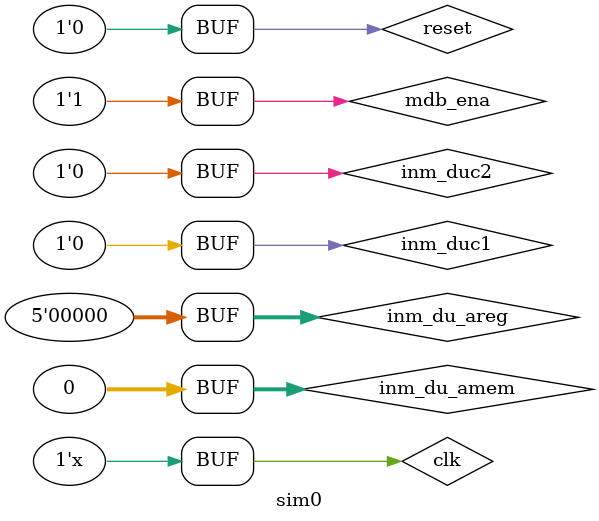
<source format=v>
`timescale 1ns / 1ps


module sim0();
parameter msb = 31; // bit mas sigficativo   
// Entradas a modulo
reg clk, reset;
reg mdb_ena; // control de ena PC desde debug unit (clk enable)
        
// Entradas desde Debug unit
reg [4:0] inm_du_areg; // entrada de debug unit address reg
reg inm_duc1; // flags de control 1 desde unidad de debug (interface_mips)
reg [msb:0] inm_du_amem; // entrada de debug unit address mem
reg inm_duc2; // flags de control 2 desde unidad de debug (interface_mips)

// Salidas del modulo
wire [msb:0] m_PC;
// - Para reg IF/ID
wire [msb:0] ifid_PC; 	//salida del proximo PC por reg IF/ID
wire [msb:0] ifid_inst; 	//salida de la instruccion por el reg IF/ID
wire PC_endM; // wire de flag PC_end registrada desde etapa IF1
wire [msb:0] ifex_rsd1;
wire [msb:0] ifex_rtd2;
wire [4:0] ifex_rsa;
wire [4:0] ifex_rta;
wire [4:0] ifex_rda;
wire [msb:0] ifex_sign_ext;
wire [5:0] idex_regEX; // flags EX registradas en reg ID/EX
wire [2:0] idex_regMEM; // flags MEM registradas en reg ID/EX
wire [1:0] idex_regWB; // flags WB registradas en reg ID/EX
wire [5:0] opcode_FunctI; // FunctI como opcode de las instrucciones inmediatas
// - Para re EX_MEM
wire [msb:0] exmem_out_ALU; // salida de resultado de ALU desde reg EX_MEM
wire [4:0] exmem_out_addr; // salida de direccion de destino desde reg EX_MEM
wire [2:0] exmem_regMEM; // flags MEM registradas en reg EX/MEM
wire [1:0] exmem_regWB; // flags WB registradas en reg EX/MEM
wire exmem_zero; // Flags zero registrada en reg EX/MEM
wire [msb:0] exmem_wrd; //salida de dato a escribir en data mem desde reg EX/MEM
        
// - Para reg MEM_WR
wire [msb:0] memwr_rdd; //
wire [msb:0] memwr_addr_mem; //
wire [4:0] memwr_addr_dest; //
wire [1:0] memwr_WB;
wire [msb:0] w_rd_data1; // wire a dato de registro fuente rs
// - Para etapa 4
wire [msb:0] out_MEM_rdd; // tambien utilizada en debug unit (interface_mips)
/*w_rd_data2,*/
//wire [msb:0] instructionMem;
//wire [msb:0] reg_data_memory;
always begin
    #50
    clk = ~clk;
end

initial
begin
#0 
//COMENZAMOS TODO EN CERO 
clk = 1'b1;
reset = 1'b1;
inm_duc1 = 1'b0;
inm_du_areg = 4'b0000;
mdb_ena = 1'b1;
inm_du_amem = 32'b00000000000000000000000000000000;
inm_duc2 = 1'b0;

#10
reset = 1'b0;

//#75
////COMENZAMOS TODO EN CERO 
//reset = 1'b0;
end

MIPS U0(
    .clk(clk),
    .reset(reset),
    .mdb_ena(mdb_ena), // control de ena PC desde debug unit (clk enable)
    .inm_du_areg(inm_du_areg), // entrada de debug unit address reg
    .inm_duc1(inm_duc1), // flags de control 1 desde unidad de debug (interface_mips)
    .inm_du_amem(inm_du_amem), // entrada de debug unit address mem
    .inm_duc2(inm_duc2), // flags de control 2 desde unidad de debug (interface_mips)
    .m_PC(m_PC),
    .ifid_PC(ifid_PC), 	//salida del proximo PC por reg IF/ID
    .ifid_inst(ifid_inst), 	//salida de la instruccion por el reg IF/ID
    .PC_endM(PC_endM), // wire de flag PC_end registrada desde etapa IF1
    .ifex_rsd1(ifex_rsd1),
    .ifex_rtd2(ifex_rtd2),
    .ifex_rsa(ifex_rsa),
    .ifex_rta(ifex_rta),
    .ifex_rda(ifex_rda),
    .ifex_sign_ext(ifex_sign_ext),
    .idex_regEX(idex_regEX), // flags EX registradas en reg ID/EX
    .idex_regMEM(idex_regMEM), // flags MEM registradas en reg ID/EX
    .idex_regWB(idex_regWB), // flags WB registradas en reg ID/EX
    .opcode_FunctI(opcode_FunctI), // FunctI como opcode de las instrucciones inmediatas
    .exmem_out_ALU(exmem_out_ALU), // salida de resultado de ALU desde reg EX_MEM
    .exmem_out_addr(exmem_out_addr), // salida de direccion de destino desde reg EX_MEM
    .exmem_regMEM(exmem_regMEM), // flags MEM registradas en reg EX/MEM
    .exmem_regWB(exmem_regWB), // flags WB registradas en reg EX/MEM
    .exmem_zero(exmem_zero), // Flags zero registrada en reg EX/MEM
    .exmem_wrd(exmem_wrd), //salida de dato a escribir en data mem desde reg EX/MEM
    .memwr_rdd(memwr_rdd), //
    .memwr_addr_mem(memwr_addr_mem), //
    .memwr_addr_dest(memwr_addr_dest), //
    .memwr_WB(memwr_WB),
    .w_rd_data1(w_rd_data1), // wire a dato de registro fuente rs
    .out_MEM_rdd(out_MEM_rdd) // tambien utilizada en debug unit (interface_mips)
    //.instructionMem(instructionMem)
 //   .reg_data_memory(reg_data_memory)
);

endmodule

</source>
